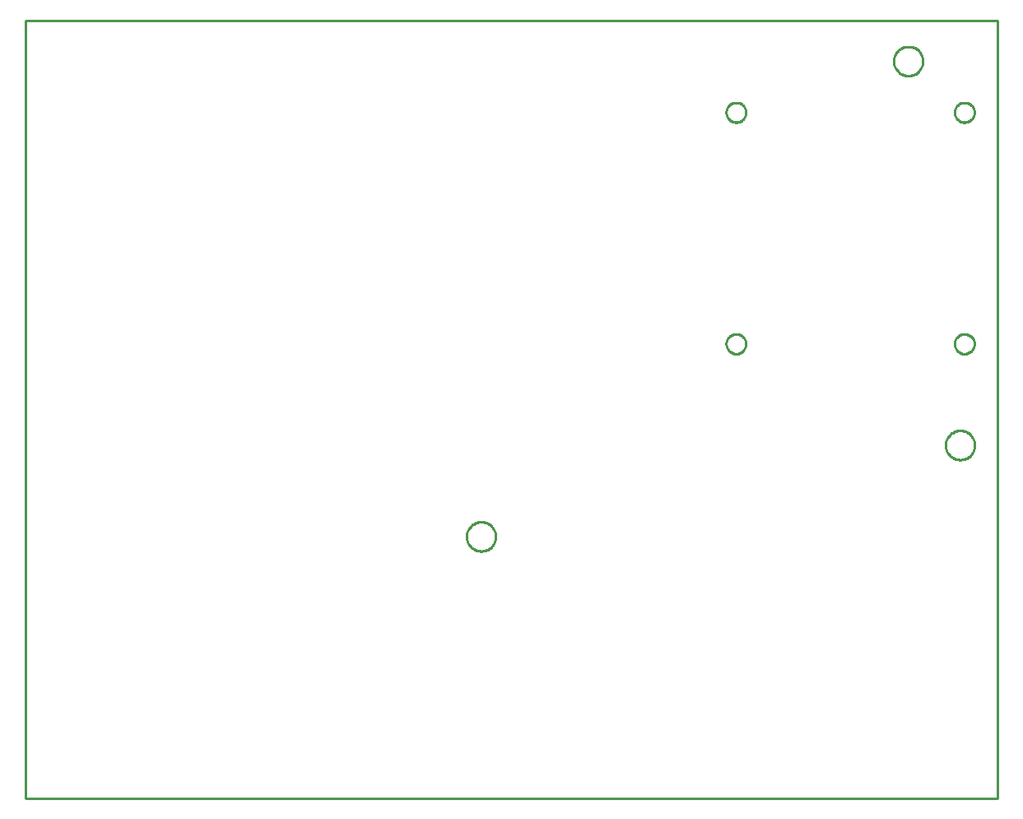
<source format=gbr>
G04 EAGLE Gerber X2 export*
%TF.Part,Single*%
%TF.FileFunction,Profile,NP*%
%TF.FilePolarity,Positive*%
%TF.GenerationSoftware,Autodesk,EAGLE,8.6.0*%
%TF.CreationDate,2018-02-22T08:32:46Z*%
G75*
%MOMM*%
%FSLAX34Y34*%
%LPD*%
%AMOC8*
5,1,8,0,0,1.08239X$1,22.5*%
G01*
%ADD10C,0.254000*%


D10*
X0Y0D02*
X1000000Y0D01*
X1000000Y800000D01*
X0Y800000D01*
X0Y0D01*
X923050Y757654D02*
X922974Y756586D01*
X922821Y755525D01*
X922593Y754478D01*
X922291Y753450D01*
X921917Y752446D01*
X921472Y751471D01*
X920958Y750531D01*
X920379Y749630D01*
X919737Y748772D01*
X919035Y747962D01*
X918278Y747205D01*
X917468Y746503D01*
X916610Y745861D01*
X915709Y745282D01*
X914769Y744768D01*
X913794Y744323D01*
X912790Y743949D01*
X911762Y743647D01*
X910715Y743419D01*
X909654Y743266D01*
X908586Y743190D01*
X907514Y743190D01*
X906446Y743266D01*
X905385Y743419D01*
X904338Y743647D01*
X903310Y743949D01*
X902306Y744323D01*
X901331Y744768D01*
X900391Y745282D01*
X899490Y745861D01*
X898632Y746503D01*
X897822Y747205D01*
X897065Y747962D01*
X896363Y748772D01*
X895721Y749630D01*
X895142Y750531D01*
X894628Y751471D01*
X894183Y752446D01*
X893809Y753450D01*
X893507Y754478D01*
X893279Y755525D01*
X893126Y756586D01*
X893050Y757654D01*
X893050Y758726D01*
X893126Y759794D01*
X893279Y760855D01*
X893507Y761902D01*
X893809Y762930D01*
X894183Y763934D01*
X894628Y764909D01*
X895142Y765849D01*
X895721Y766750D01*
X896363Y767608D01*
X897065Y768418D01*
X897822Y769175D01*
X898632Y769877D01*
X899490Y770519D01*
X900391Y771098D01*
X901331Y771612D01*
X902306Y772057D01*
X903310Y772431D01*
X904338Y772733D01*
X905385Y772961D01*
X906446Y773114D01*
X907514Y773190D01*
X908586Y773190D01*
X909654Y773114D01*
X910715Y772961D01*
X911762Y772733D01*
X912790Y772431D01*
X913794Y772057D01*
X914769Y771612D01*
X915709Y771098D01*
X916610Y770519D01*
X917468Y769877D01*
X918278Y769175D01*
X919035Y768418D01*
X919737Y767608D01*
X920379Y766750D01*
X920958Y765849D01*
X921472Y764909D01*
X921917Y763934D01*
X922291Y762930D01*
X922593Y761902D01*
X922821Y760855D01*
X922974Y759794D01*
X923050Y758726D01*
X923050Y757654D01*
X976390Y362684D02*
X976314Y361616D01*
X976161Y360555D01*
X975933Y359508D01*
X975631Y358480D01*
X975257Y357476D01*
X974812Y356501D01*
X974298Y355561D01*
X973719Y354660D01*
X973077Y353802D01*
X972375Y352992D01*
X971618Y352235D01*
X970808Y351533D01*
X969950Y350891D01*
X969049Y350312D01*
X968109Y349798D01*
X967134Y349353D01*
X966130Y348979D01*
X965102Y348677D01*
X964055Y348449D01*
X962994Y348296D01*
X961926Y348220D01*
X960854Y348220D01*
X959786Y348296D01*
X958725Y348449D01*
X957678Y348677D01*
X956650Y348979D01*
X955646Y349353D01*
X954671Y349798D01*
X953731Y350312D01*
X952830Y350891D01*
X951972Y351533D01*
X951162Y352235D01*
X950405Y352992D01*
X949703Y353802D01*
X949061Y354660D01*
X948482Y355561D01*
X947968Y356501D01*
X947523Y357476D01*
X947149Y358480D01*
X946847Y359508D01*
X946619Y360555D01*
X946466Y361616D01*
X946390Y362684D01*
X946390Y363756D01*
X946466Y364824D01*
X946619Y365885D01*
X946847Y366932D01*
X947149Y367960D01*
X947523Y368964D01*
X947968Y369939D01*
X948482Y370879D01*
X949061Y371780D01*
X949703Y372638D01*
X950405Y373448D01*
X951162Y374205D01*
X951972Y374907D01*
X952830Y375549D01*
X953731Y376128D01*
X954671Y376642D01*
X955646Y377087D01*
X956650Y377461D01*
X957678Y377763D01*
X958725Y377991D01*
X959786Y378144D01*
X960854Y378220D01*
X961926Y378220D01*
X962994Y378144D01*
X964055Y377991D01*
X965102Y377763D01*
X966130Y377461D01*
X967134Y377087D01*
X968109Y376642D01*
X969049Y376128D01*
X969950Y375549D01*
X970808Y374907D01*
X971618Y374205D01*
X972375Y373448D01*
X973077Y372638D01*
X973719Y371780D01*
X974298Y370879D01*
X974812Y369939D01*
X975257Y368964D01*
X975631Y367960D01*
X975933Y366932D01*
X976161Y365885D01*
X976314Y364824D01*
X976390Y363756D01*
X976390Y362684D01*
X483630Y268704D02*
X483554Y267636D01*
X483401Y266575D01*
X483173Y265528D01*
X482871Y264500D01*
X482497Y263496D01*
X482052Y262521D01*
X481538Y261581D01*
X480959Y260680D01*
X480317Y259822D01*
X479615Y259012D01*
X478858Y258255D01*
X478048Y257553D01*
X477190Y256911D01*
X476289Y256332D01*
X475349Y255818D01*
X474374Y255373D01*
X473370Y254999D01*
X472342Y254697D01*
X471295Y254469D01*
X470234Y254316D01*
X469166Y254240D01*
X468094Y254240D01*
X467026Y254316D01*
X465965Y254469D01*
X464918Y254697D01*
X463890Y254999D01*
X462886Y255373D01*
X461911Y255818D01*
X460971Y256332D01*
X460070Y256911D01*
X459212Y257553D01*
X458402Y258255D01*
X457645Y259012D01*
X456943Y259822D01*
X456301Y260680D01*
X455722Y261581D01*
X455208Y262521D01*
X454763Y263496D01*
X454389Y264500D01*
X454087Y265528D01*
X453859Y266575D01*
X453706Y267636D01*
X453630Y268704D01*
X453630Y269776D01*
X453706Y270844D01*
X453859Y271905D01*
X454087Y272952D01*
X454389Y273980D01*
X454763Y274984D01*
X455208Y275959D01*
X455722Y276899D01*
X456301Y277800D01*
X456943Y278658D01*
X457645Y279468D01*
X458402Y280225D01*
X459212Y280927D01*
X460070Y281569D01*
X460971Y282148D01*
X461911Y282662D01*
X462886Y283107D01*
X463890Y283481D01*
X464918Y283783D01*
X465965Y284011D01*
X467026Y284164D01*
X468094Y284240D01*
X469166Y284240D01*
X470234Y284164D01*
X471295Y284011D01*
X472342Y283783D01*
X473370Y283481D01*
X474374Y283107D01*
X475349Y282662D01*
X476289Y282148D01*
X477190Y281569D01*
X478048Y280927D01*
X478858Y280225D01*
X479615Y279468D01*
X480317Y278658D01*
X480959Y277800D01*
X481538Y276899D01*
X482052Y275959D01*
X482497Y274984D01*
X482871Y273980D01*
X483173Y272952D01*
X483401Y271905D01*
X483554Y270844D01*
X483630Y269776D01*
X483630Y268704D01*
X923050Y757654D02*
X922974Y756586D01*
X922821Y755525D01*
X922593Y754478D01*
X922291Y753450D01*
X921917Y752446D01*
X921472Y751471D01*
X920958Y750531D01*
X920379Y749630D01*
X919737Y748772D01*
X919035Y747962D01*
X918278Y747205D01*
X917468Y746503D01*
X916610Y745861D01*
X915709Y745282D01*
X914769Y744768D01*
X913794Y744323D01*
X912790Y743949D01*
X911762Y743647D01*
X910715Y743419D01*
X909654Y743266D01*
X908586Y743190D01*
X907514Y743190D01*
X906446Y743266D01*
X905385Y743419D01*
X904338Y743647D01*
X903310Y743949D01*
X902306Y744323D01*
X901331Y744768D01*
X900391Y745282D01*
X899490Y745861D01*
X898632Y746503D01*
X897822Y747205D01*
X897065Y747962D01*
X896363Y748772D01*
X895721Y749630D01*
X895142Y750531D01*
X894628Y751471D01*
X894183Y752446D01*
X893809Y753450D01*
X893507Y754478D01*
X893279Y755525D01*
X893126Y756586D01*
X893050Y757654D01*
X893050Y758726D01*
X893126Y759794D01*
X893279Y760855D01*
X893507Y761902D01*
X893809Y762930D01*
X894183Y763934D01*
X894628Y764909D01*
X895142Y765849D01*
X895721Y766750D01*
X896363Y767608D01*
X897065Y768418D01*
X897822Y769175D01*
X898632Y769877D01*
X899490Y770519D01*
X900391Y771098D01*
X901331Y771612D01*
X902306Y772057D01*
X903310Y772431D01*
X904338Y772733D01*
X905385Y772961D01*
X906446Y773114D01*
X907514Y773190D01*
X908586Y773190D01*
X909654Y773114D01*
X910715Y772961D01*
X911762Y772733D01*
X912790Y772431D01*
X913794Y772057D01*
X914769Y771612D01*
X915709Y771098D01*
X916610Y770519D01*
X917468Y769877D01*
X918278Y769175D01*
X919035Y768418D01*
X919737Y767608D01*
X920379Y766750D01*
X920958Y765849D01*
X921472Y764909D01*
X921917Y763934D01*
X922291Y762930D01*
X922593Y761902D01*
X922821Y760855D01*
X922974Y759794D01*
X923050Y758726D01*
X923050Y757654D01*
X976390Y362684D02*
X976314Y361616D01*
X976161Y360555D01*
X975933Y359508D01*
X975631Y358480D01*
X975257Y357476D01*
X974812Y356501D01*
X974298Y355561D01*
X973719Y354660D01*
X973077Y353802D01*
X972375Y352992D01*
X971618Y352235D01*
X970808Y351533D01*
X969950Y350891D01*
X969049Y350312D01*
X968109Y349798D01*
X967134Y349353D01*
X966130Y348979D01*
X965102Y348677D01*
X964055Y348449D01*
X962994Y348296D01*
X961926Y348220D01*
X960854Y348220D01*
X959786Y348296D01*
X958725Y348449D01*
X957678Y348677D01*
X956650Y348979D01*
X955646Y349353D01*
X954671Y349798D01*
X953731Y350312D01*
X952830Y350891D01*
X951972Y351533D01*
X951162Y352235D01*
X950405Y352992D01*
X949703Y353802D01*
X949061Y354660D01*
X948482Y355561D01*
X947968Y356501D01*
X947523Y357476D01*
X947149Y358480D01*
X946847Y359508D01*
X946619Y360555D01*
X946466Y361616D01*
X946390Y362684D01*
X946390Y363756D01*
X946466Y364824D01*
X946619Y365885D01*
X946847Y366932D01*
X947149Y367960D01*
X947523Y368964D01*
X947968Y369939D01*
X948482Y370879D01*
X949061Y371780D01*
X949703Y372638D01*
X950405Y373448D01*
X951162Y374205D01*
X951972Y374907D01*
X952830Y375549D01*
X953731Y376128D01*
X954671Y376642D01*
X955646Y377087D01*
X956650Y377461D01*
X957678Y377763D01*
X958725Y377991D01*
X959786Y378144D01*
X960854Y378220D01*
X961926Y378220D01*
X962994Y378144D01*
X964055Y377991D01*
X965102Y377763D01*
X966130Y377461D01*
X967134Y377087D01*
X968109Y376642D01*
X969049Y376128D01*
X969950Y375549D01*
X970808Y374907D01*
X971618Y374205D01*
X972375Y373448D01*
X973077Y372638D01*
X973719Y371780D01*
X974298Y370879D01*
X974812Y369939D01*
X975257Y368964D01*
X975631Y367960D01*
X975933Y366932D01*
X976161Y365885D01*
X976314Y364824D01*
X976390Y363756D01*
X976390Y362684D01*
X483630Y268704D02*
X483554Y267636D01*
X483401Y266575D01*
X483173Y265528D01*
X482871Y264500D01*
X482497Y263496D01*
X482052Y262521D01*
X481538Y261581D01*
X480959Y260680D01*
X480317Y259822D01*
X479615Y259012D01*
X478858Y258255D01*
X478048Y257553D01*
X477190Y256911D01*
X476289Y256332D01*
X475349Y255818D01*
X474374Y255373D01*
X473370Y254999D01*
X472342Y254697D01*
X471295Y254469D01*
X470234Y254316D01*
X469166Y254240D01*
X468094Y254240D01*
X467026Y254316D01*
X465965Y254469D01*
X464918Y254697D01*
X463890Y254999D01*
X462886Y255373D01*
X461911Y255818D01*
X460971Y256332D01*
X460070Y256911D01*
X459212Y257553D01*
X458402Y258255D01*
X457645Y259012D01*
X456943Y259822D01*
X456301Y260680D01*
X455722Y261581D01*
X455208Y262521D01*
X454763Y263496D01*
X454389Y264500D01*
X454087Y265528D01*
X453859Y266575D01*
X453706Y267636D01*
X453630Y268704D01*
X453630Y269776D01*
X453706Y270844D01*
X453859Y271905D01*
X454087Y272952D01*
X454389Y273980D01*
X454763Y274984D01*
X455208Y275959D01*
X455722Y276899D01*
X456301Y277800D01*
X456943Y278658D01*
X457645Y279468D01*
X458402Y280225D01*
X459212Y280927D01*
X460070Y281569D01*
X460971Y282148D01*
X461911Y282662D01*
X462886Y283107D01*
X463890Y283481D01*
X464918Y283783D01*
X465965Y284011D01*
X467026Y284164D01*
X468094Y284240D01*
X469166Y284240D01*
X470234Y284164D01*
X471295Y284011D01*
X472342Y283783D01*
X473370Y283481D01*
X474374Y283107D01*
X475349Y282662D01*
X476289Y282148D01*
X477190Y281569D01*
X478048Y280927D01*
X478858Y280225D01*
X479615Y279468D01*
X480317Y278658D01*
X480959Y277800D01*
X481538Y276899D01*
X482052Y275959D01*
X482497Y274984D01*
X482871Y273980D01*
X483173Y272952D01*
X483401Y271905D01*
X483554Y270844D01*
X483630Y269776D01*
X483630Y268704D01*
X975995Y466916D02*
X975918Y466033D01*
X975764Y465159D01*
X975534Y464302D01*
X975231Y463468D01*
X974856Y462664D01*
X974412Y461896D01*
X973903Y461169D01*
X973333Y460489D01*
X972706Y459862D01*
X972026Y459292D01*
X971299Y458783D01*
X970531Y458339D01*
X969727Y457964D01*
X968893Y457661D01*
X968036Y457431D01*
X967162Y457277D01*
X966279Y457200D01*
X965391Y457200D01*
X964508Y457277D01*
X963634Y457431D01*
X962777Y457661D01*
X961943Y457964D01*
X961139Y458339D01*
X960371Y458783D01*
X959644Y459292D01*
X958964Y459862D01*
X958337Y460489D01*
X957767Y461169D01*
X957258Y461896D01*
X956814Y462664D01*
X956439Y463468D01*
X956136Y464302D01*
X955906Y465159D01*
X955752Y466033D01*
X955675Y466916D01*
X955675Y467804D01*
X955752Y468687D01*
X955906Y469561D01*
X956136Y470418D01*
X956439Y471252D01*
X956814Y472056D01*
X957258Y472824D01*
X957767Y473551D01*
X958337Y474231D01*
X958964Y474858D01*
X959644Y475428D01*
X960371Y475937D01*
X961139Y476381D01*
X961943Y476756D01*
X962777Y477059D01*
X963634Y477289D01*
X964508Y477443D01*
X965391Y477520D01*
X966279Y477520D01*
X967162Y477443D01*
X968036Y477289D01*
X968893Y477059D01*
X969727Y476756D01*
X970531Y476381D01*
X971299Y475937D01*
X972026Y475428D01*
X972706Y474858D01*
X973333Y474231D01*
X973903Y473551D01*
X974412Y472824D01*
X974856Y472056D01*
X975231Y471252D01*
X975534Y470418D01*
X975764Y469561D01*
X975918Y468687D01*
X975995Y467804D01*
X975995Y466916D01*
X975995Y705041D02*
X975918Y704158D01*
X975764Y703284D01*
X975534Y702427D01*
X975231Y701593D01*
X974856Y700789D01*
X974412Y700021D01*
X973903Y699294D01*
X973333Y698614D01*
X972706Y697987D01*
X972026Y697417D01*
X971299Y696908D01*
X970531Y696464D01*
X969727Y696089D01*
X968893Y695786D01*
X968036Y695556D01*
X967162Y695402D01*
X966279Y695325D01*
X965391Y695325D01*
X964508Y695402D01*
X963634Y695556D01*
X962777Y695786D01*
X961943Y696089D01*
X961139Y696464D01*
X960371Y696908D01*
X959644Y697417D01*
X958964Y697987D01*
X958337Y698614D01*
X957767Y699294D01*
X957258Y700021D01*
X956814Y700789D01*
X956439Y701593D01*
X956136Y702427D01*
X955906Y703284D01*
X955752Y704158D01*
X955675Y705041D01*
X955675Y705929D01*
X955752Y706812D01*
X955906Y707686D01*
X956136Y708543D01*
X956439Y709377D01*
X956814Y710181D01*
X957258Y710949D01*
X957767Y711676D01*
X958337Y712356D01*
X958964Y712983D01*
X959644Y713553D01*
X960371Y714062D01*
X961139Y714506D01*
X961943Y714881D01*
X962777Y715184D01*
X963634Y715414D01*
X964508Y715568D01*
X965391Y715645D01*
X966279Y715645D01*
X967162Y715568D01*
X968036Y715414D01*
X968893Y715184D01*
X969727Y714881D01*
X970531Y714506D01*
X971299Y714062D01*
X972026Y713553D01*
X972706Y712983D01*
X973333Y712356D01*
X973903Y711676D01*
X974412Y710949D01*
X974856Y710181D01*
X975231Y709377D01*
X975534Y708543D01*
X975764Y707686D01*
X975918Y706812D01*
X975995Y705929D01*
X975995Y705041D01*
X741045Y705041D02*
X740968Y704158D01*
X740814Y703284D01*
X740584Y702427D01*
X740281Y701593D01*
X739906Y700789D01*
X739462Y700021D01*
X738953Y699294D01*
X738383Y698614D01*
X737756Y697987D01*
X737076Y697417D01*
X736349Y696908D01*
X735581Y696464D01*
X734777Y696089D01*
X733943Y695786D01*
X733086Y695556D01*
X732212Y695402D01*
X731329Y695325D01*
X730441Y695325D01*
X729558Y695402D01*
X728684Y695556D01*
X727827Y695786D01*
X726993Y696089D01*
X726189Y696464D01*
X725421Y696908D01*
X724694Y697417D01*
X724014Y697987D01*
X723387Y698614D01*
X722817Y699294D01*
X722308Y700021D01*
X721864Y700789D01*
X721489Y701593D01*
X721186Y702427D01*
X720956Y703284D01*
X720802Y704158D01*
X720725Y705041D01*
X720725Y705929D01*
X720802Y706812D01*
X720956Y707686D01*
X721186Y708543D01*
X721489Y709377D01*
X721864Y710181D01*
X722308Y710949D01*
X722817Y711676D01*
X723387Y712356D01*
X724014Y712983D01*
X724694Y713553D01*
X725421Y714062D01*
X726189Y714506D01*
X726993Y714881D01*
X727827Y715184D01*
X728684Y715414D01*
X729558Y715568D01*
X730441Y715645D01*
X731329Y715645D01*
X732212Y715568D01*
X733086Y715414D01*
X733943Y715184D01*
X734777Y714881D01*
X735581Y714506D01*
X736349Y714062D01*
X737076Y713553D01*
X737756Y712983D01*
X738383Y712356D01*
X738953Y711676D01*
X739462Y710949D01*
X739906Y710181D01*
X740281Y709377D01*
X740584Y708543D01*
X740814Y707686D01*
X740968Y706812D01*
X741045Y705929D01*
X741045Y705041D01*
X741045Y466916D02*
X740968Y466033D01*
X740814Y465159D01*
X740584Y464302D01*
X740281Y463468D01*
X739906Y462664D01*
X739462Y461896D01*
X738953Y461169D01*
X738383Y460489D01*
X737756Y459862D01*
X737076Y459292D01*
X736349Y458783D01*
X735581Y458339D01*
X734777Y457964D01*
X733943Y457661D01*
X733086Y457431D01*
X732212Y457277D01*
X731329Y457200D01*
X730441Y457200D01*
X729558Y457277D01*
X728684Y457431D01*
X727827Y457661D01*
X726993Y457964D01*
X726189Y458339D01*
X725421Y458783D01*
X724694Y459292D01*
X724014Y459862D01*
X723387Y460489D01*
X722817Y461169D01*
X722308Y461896D01*
X721864Y462664D01*
X721489Y463468D01*
X721186Y464302D01*
X720956Y465159D01*
X720802Y466033D01*
X720725Y466916D01*
X720725Y467804D01*
X720802Y468687D01*
X720956Y469561D01*
X721186Y470418D01*
X721489Y471252D01*
X721864Y472056D01*
X722308Y472824D01*
X722817Y473551D01*
X723387Y474231D01*
X724014Y474858D01*
X724694Y475428D01*
X725421Y475937D01*
X726189Y476381D01*
X726993Y476756D01*
X727827Y477059D01*
X728684Y477289D01*
X729558Y477443D01*
X730441Y477520D01*
X731329Y477520D01*
X732212Y477443D01*
X733086Y477289D01*
X733943Y477059D01*
X734777Y476756D01*
X735581Y476381D01*
X736349Y475937D01*
X737076Y475428D01*
X737756Y474858D01*
X738383Y474231D01*
X738953Y473551D01*
X739462Y472824D01*
X739906Y472056D01*
X740281Y471252D01*
X740584Y470418D01*
X740814Y469561D01*
X740968Y468687D01*
X741045Y467804D01*
X741045Y466916D01*
M02*

</source>
